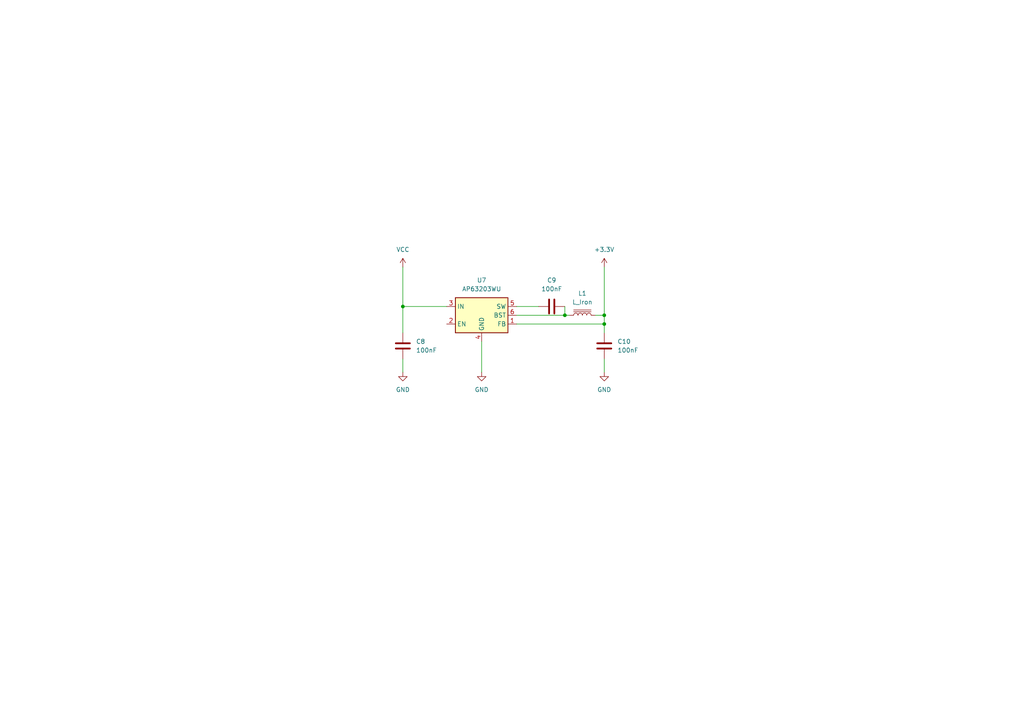
<source format=kicad_sch>
(kicad_sch
	(version 20250114)
	(generator "eeschema")
	(generator_version "9.0")
	(uuid "38576b24-61b9-4287-9069-a48c7cb5a67d")
	(paper "A4")
	(lib_symbols
		(symbol "Device:C"
			(pin_numbers
				(hide yes)
			)
			(pin_names
				(offset 0.254)
			)
			(exclude_from_sim no)
			(in_bom yes)
			(on_board yes)
			(property "Reference" "C"
				(at 0.635 2.54 0)
				(effects
					(font
						(size 1.27 1.27)
					)
					(justify left)
				)
			)
			(property "Value" "C"
				(at 0.635 -2.54 0)
				(effects
					(font
						(size 1.27 1.27)
					)
					(justify left)
				)
			)
			(property "Footprint" ""
				(at 0.9652 -3.81 0)
				(effects
					(font
						(size 1.27 1.27)
					)
					(hide yes)
				)
			)
			(property "Datasheet" "~"
				(at 0 0 0)
				(effects
					(font
						(size 1.27 1.27)
					)
					(hide yes)
				)
			)
			(property "Description" "Unpolarized capacitor"
				(at 0 0 0)
				(effects
					(font
						(size 1.27 1.27)
					)
					(hide yes)
				)
			)
			(property "ki_keywords" "cap capacitor"
				(at 0 0 0)
				(effects
					(font
						(size 1.27 1.27)
					)
					(hide yes)
				)
			)
			(property "ki_fp_filters" "C_*"
				(at 0 0 0)
				(effects
					(font
						(size 1.27 1.27)
					)
					(hide yes)
				)
			)
			(symbol "C_0_1"
				(polyline
					(pts
						(xy -2.032 0.762) (xy 2.032 0.762)
					)
					(stroke
						(width 0.508)
						(type default)
					)
					(fill
						(type none)
					)
				)
				(polyline
					(pts
						(xy -2.032 -0.762) (xy 2.032 -0.762)
					)
					(stroke
						(width 0.508)
						(type default)
					)
					(fill
						(type none)
					)
				)
			)
			(symbol "C_1_1"
				(pin passive line
					(at 0 3.81 270)
					(length 2.794)
					(name "~"
						(effects
							(font
								(size 1.27 1.27)
							)
						)
					)
					(number "1"
						(effects
							(font
								(size 1.27 1.27)
							)
						)
					)
				)
				(pin passive line
					(at 0 -3.81 90)
					(length 2.794)
					(name "~"
						(effects
							(font
								(size 1.27 1.27)
							)
						)
					)
					(number "2"
						(effects
							(font
								(size 1.27 1.27)
							)
						)
					)
				)
			)
			(embedded_fonts no)
		)
		(symbol "Device:L_Iron"
			(pin_numbers
				(hide yes)
			)
			(pin_names
				(offset 1.016)
				(hide yes)
			)
			(exclude_from_sim no)
			(in_bom yes)
			(on_board yes)
			(property "Reference" "L"
				(at -1.27 0 90)
				(effects
					(font
						(size 1.27 1.27)
					)
				)
			)
			(property "Value" "L_Iron"
				(at 2.794 0 90)
				(effects
					(font
						(size 1.27 1.27)
					)
				)
			)
			(property "Footprint" ""
				(at 0 0 0)
				(effects
					(font
						(size 1.27 1.27)
					)
					(hide yes)
				)
			)
			(property "Datasheet" "~"
				(at 0 0 0)
				(effects
					(font
						(size 1.27 1.27)
					)
					(hide yes)
				)
			)
			(property "Description" "Inductor with iron core"
				(at 0 0 0)
				(effects
					(font
						(size 1.27 1.27)
					)
					(hide yes)
				)
			)
			(property "ki_keywords" "inductor choke coil reactor magnetic"
				(at 0 0 0)
				(effects
					(font
						(size 1.27 1.27)
					)
					(hide yes)
				)
			)
			(property "ki_fp_filters" "Choke_* *Coil* Inductor_* L_*"
				(at 0 0 0)
				(effects
					(font
						(size 1.27 1.27)
					)
					(hide yes)
				)
			)
			(symbol "L_Iron_0_1"
				(arc
					(start 0 2.54)
					(mid 0.6323 1.905)
					(end 0 1.27)
					(stroke
						(width 0)
						(type default)
					)
					(fill
						(type none)
					)
				)
				(arc
					(start 0 1.27)
					(mid 0.6323 0.635)
					(end 0 0)
					(stroke
						(width 0)
						(type default)
					)
					(fill
						(type none)
					)
				)
				(arc
					(start 0 0)
					(mid 0.6323 -0.635)
					(end 0 -1.27)
					(stroke
						(width 0)
						(type default)
					)
					(fill
						(type none)
					)
				)
				(arc
					(start 0 -1.27)
					(mid 0.6323 -1.905)
					(end 0 -2.54)
					(stroke
						(width 0)
						(type default)
					)
					(fill
						(type none)
					)
				)
				(polyline
					(pts
						(xy 1.016 2.54) (xy 1.016 -2.54)
					)
					(stroke
						(width 0)
						(type default)
					)
					(fill
						(type none)
					)
				)
				(polyline
					(pts
						(xy 1.524 -2.54) (xy 1.524 2.54)
					)
					(stroke
						(width 0)
						(type default)
					)
					(fill
						(type none)
					)
				)
			)
			(symbol "L_Iron_1_1"
				(pin passive line
					(at 0 3.81 270)
					(length 1.27)
					(name "1"
						(effects
							(font
								(size 1.27 1.27)
							)
						)
					)
					(number "1"
						(effects
							(font
								(size 1.27 1.27)
							)
						)
					)
				)
				(pin passive line
					(at 0 -3.81 90)
					(length 1.27)
					(name "2"
						(effects
							(font
								(size 1.27 1.27)
							)
						)
					)
					(number "2"
						(effects
							(font
								(size 1.27 1.27)
							)
						)
					)
				)
			)
			(embedded_fonts no)
		)
		(symbol "Regulator_Switching:AP63203WU"
			(exclude_from_sim no)
			(in_bom yes)
			(on_board yes)
			(property "Reference" "U"
				(at -7.62 6.35 0)
				(effects
					(font
						(size 1.27 1.27)
					)
				)
			)
			(property "Value" "AP63203WU"
				(at 2.54 6.35 0)
				(effects
					(font
						(size 1.27 1.27)
					)
				)
			)
			(property "Footprint" "Package_TO_SOT_SMD:TSOT-23-6"
				(at 0 -22.86 0)
				(effects
					(font
						(size 1.27 1.27)
					)
					(hide yes)
				)
			)
			(property "Datasheet" "https://www.diodes.com/assets/Datasheets/AP63200-AP63201-AP63203-AP63205.pdf"
				(at 0 0 0)
				(effects
					(font
						(size 1.27 1.27)
					)
					(hide yes)
				)
			)
			(property "Description" "2A, 1.1MHz Buck DC/DC Converter, fixed 3.3V output voltage, TSOT-23-6"
				(at 0 0 0)
				(effects
					(font
						(size 1.27 1.27)
					)
					(hide yes)
				)
			)
			(property "ki_keywords" "2A Buck DC/DC"
				(at 0 0 0)
				(effects
					(font
						(size 1.27 1.27)
					)
					(hide yes)
				)
			)
			(property "ki_fp_filters" "TSOT?23*"
				(at 0 0 0)
				(effects
					(font
						(size 1.27 1.27)
					)
					(hide yes)
				)
			)
			(symbol "AP63203WU_0_1"
				(rectangle
					(start -7.62 5.08)
					(end 7.62 -5.08)
					(stroke
						(width 0.254)
						(type default)
					)
					(fill
						(type background)
					)
				)
			)
			(symbol "AP63203WU_1_1"
				(pin power_in line
					(at -10.16 2.54 0)
					(length 2.54)
					(name "IN"
						(effects
							(font
								(size 1.27 1.27)
							)
						)
					)
					(number "3"
						(effects
							(font
								(size 1.27 1.27)
							)
						)
					)
				)
				(pin input line
					(at -10.16 -2.54 0)
					(length 2.54)
					(name "EN"
						(effects
							(font
								(size 1.27 1.27)
							)
						)
					)
					(number "2"
						(effects
							(font
								(size 1.27 1.27)
							)
						)
					)
				)
				(pin power_in line
					(at 0 -7.62 90)
					(length 2.54)
					(name "GND"
						(effects
							(font
								(size 1.27 1.27)
							)
						)
					)
					(number "4"
						(effects
							(font
								(size 1.27 1.27)
							)
						)
					)
				)
				(pin output line
					(at 10.16 2.54 180)
					(length 2.54)
					(name "SW"
						(effects
							(font
								(size 1.27 1.27)
							)
						)
					)
					(number "5"
						(effects
							(font
								(size 1.27 1.27)
							)
						)
					)
				)
				(pin passive line
					(at 10.16 0 180)
					(length 2.54)
					(name "BST"
						(effects
							(font
								(size 1.27 1.27)
							)
						)
					)
					(number "6"
						(effects
							(font
								(size 1.27 1.27)
							)
						)
					)
				)
				(pin input line
					(at 10.16 -2.54 180)
					(length 2.54)
					(name "FB"
						(effects
							(font
								(size 1.27 1.27)
							)
						)
					)
					(number "1"
						(effects
							(font
								(size 1.27 1.27)
							)
						)
					)
				)
			)
			(embedded_fonts no)
		)
		(symbol "power:+3.3V"
			(power)
			(pin_numbers
				(hide yes)
			)
			(pin_names
				(offset 0)
				(hide yes)
			)
			(exclude_from_sim no)
			(in_bom yes)
			(on_board yes)
			(property "Reference" "#PWR"
				(at 0 -3.81 0)
				(effects
					(font
						(size 1.27 1.27)
					)
					(hide yes)
				)
			)
			(property "Value" "+3.3V"
				(at 0 3.556 0)
				(effects
					(font
						(size 1.27 1.27)
					)
				)
			)
			(property "Footprint" ""
				(at 0 0 0)
				(effects
					(font
						(size 1.27 1.27)
					)
					(hide yes)
				)
			)
			(property "Datasheet" ""
				(at 0 0 0)
				(effects
					(font
						(size 1.27 1.27)
					)
					(hide yes)
				)
			)
			(property "Description" "Power symbol creates a global label with name \"+3.3V\""
				(at 0 0 0)
				(effects
					(font
						(size 1.27 1.27)
					)
					(hide yes)
				)
			)
			(property "ki_keywords" "global power"
				(at 0 0 0)
				(effects
					(font
						(size 1.27 1.27)
					)
					(hide yes)
				)
			)
			(symbol "+3.3V_0_1"
				(polyline
					(pts
						(xy -0.762 1.27) (xy 0 2.54)
					)
					(stroke
						(width 0)
						(type default)
					)
					(fill
						(type none)
					)
				)
				(polyline
					(pts
						(xy 0 2.54) (xy 0.762 1.27)
					)
					(stroke
						(width 0)
						(type default)
					)
					(fill
						(type none)
					)
				)
				(polyline
					(pts
						(xy 0 0) (xy 0 2.54)
					)
					(stroke
						(width 0)
						(type default)
					)
					(fill
						(type none)
					)
				)
			)
			(symbol "+3.3V_1_1"
				(pin power_in line
					(at 0 0 90)
					(length 0)
					(name "~"
						(effects
							(font
								(size 1.27 1.27)
							)
						)
					)
					(number "1"
						(effects
							(font
								(size 1.27 1.27)
							)
						)
					)
				)
			)
			(embedded_fonts no)
		)
		(symbol "power:GND"
			(power)
			(pin_numbers
				(hide yes)
			)
			(pin_names
				(offset 0)
				(hide yes)
			)
			(exclude_from_sim no)
			(in_bom yes)
			(on_board yes)
			(property "Reference" "#PWR"
				(at 0 -6.35 0)
				(effects
					(font
						(size 1.27 1.27)
					)
					(hide yes)
				)
			)
			(property "Value" "GND"
				(at 0 -3.81 0)
				(effects
					(font
						(size 1.27 1.27)
					)
				)
			)
			(property "Footprint" ""
				(at 0 0 0)
				(effects
					(font
						(size 1.27 1.27)
					)
					(hide yes)
				)
			)
			(property "Datasheet" ""
				(at 0 0 0)
				(effects
					(font
						(size 1.27 1.27)
					)
					(hide yes)
				)
			)
			(property "Description" "Power symbol creates a global label with name \"GND\" , ground"
				(at 0 0 0)
				(effects
					(font
						(size 1.27 1.27)
					)
					(hide yes)
				)
			)
			(property "ki_keywords" "global power"
				(at 0 0 0)
				(effects
					(font
						(size 1.27 1.27)
					)
					(hide yes)
				)
			)
			(symbol "GND_0_1"
				(polyline
					(pts
						(xy 0 0) (xy 0 -1.27) (xy 1.27 -1.27) (xy 0 -2.54) (xy -1.27 -1.27) (xy 0 -1.27)
					)
					(stroke
						(width 0)
						(type default)
					)
					(fill
						(type none)
					)
				)
			)
			(symbol "GND_1_1"
				(pin power_in line
					(at 0 0 270)
					(length 0)
					(name "~"
						(effects
							(font
								(size 1.27 1.27)
							)
						)
					)
					(number "1"
						(effects
							(font
								(size 1.27 1.27)
							)
						)
					)
				)
			)
			(embedded_fonts no)
		)
		(symbol "power:VCC"
			(power)
			(pin_numbers
				(hide yes)
			)
			(pin_names
				(offset 0)
				(hide yes)
			)
			(exclude_from_sim no)
			(in_bom yes)
			(on_board yes)
			(property "Reference" "#PWR"
				(at 0 -3.81 0)
				(effects
					(font
						(size 1.27 1.27)
					)
					(hide yes)
				)
			)
			(property "Value" "VCC"
				(at 0 3.556 0)
				(effects
					(font
						(size 1.27 1.27)
					)
				)
			)
			(property "Footprint" ""
				(at 0 0 0)
				(effects
					(font
						(size 1.27 1.27)
					)
					(hide yes)
				)
			)
			(property "Datasheet" ""
				(at 0 0 0)
				(effects
					(font
						(size 1.27 1.27)
					)
					(hide yes)
				)
			)
			(property "Description" "Power symbol creates a global label with name \"VCC\""
				(at 0 0 0)
				(effects
					(font
						(size 1.27 1.27)
					)
					(hide yes)
				)
			)
			(property "ki_keywords" "global power"
				(at 0 0 0)
				(effects
					(font
						(size 1.27 1.27)
					)
					(hide yes)
				)
			)
			(symbol "VCC_0_1"
				(polyline
					(pts
						(xy -0.762 1.27) (xy 0 2.54)
					)
					(stroke
						(width 0)
						(type default)
					)
					(fill
						(type none)
					)
				)
				(polyline
					(pts
						(xy 0 2.54) (xy 0.762 1.27)
					)
					(stroke
						(width 0)
						(type default)
					)
					(fill
						(type none)
					)
				)
				(polyline
					(pts
						(xy 0 0) (xy 0 2.54)
					)
					(stroke
						(width 0)
						(type default)
					)
					(fill
						(type none)
					)
				)
			)
			(symbol "VCC_1_1"
				(pin power_in line
					(at 0 0 90)
					(length 0)
					(name "~"
						(effects
							(font
								(size 1.27 1.27)
							)
						)
					)
					(number "1"
						(effects
							(font
								(size 1.27 1.27)
							)
						)
					)
				)
			)
			(embedded_fonts no)
		)
	)
	(junction
		(at 163.83 91.44)
		(diameter 0)
		(color 0 0 0 0)
		(uuid "1c6e1d17-a264-44c2-9d50-0e2b40d64755")
	)
	(junction
		(at 116.84 88.9)
		(diameter 0)
		(color 0 0 0 0)
		(uuid "5d58cad4-e884-442c-a88b-77bfadbc4301")
	)
	(junction
		(at 175.26 93.98)
		(diameter 0)
		(color 0 0 0 0)
		(uuid "b7a972a8-40c1-424a-b335-edbf4fa83be7")
	)
	(junction
		(at 175.26 91.44)
		(diameter 0)
		(color 0 0 0 0)
		(uuid "df2e2208-a43f-41cf-9924-1f360db6404d")
	)
	(wire
		(pts
			(xy 175.26 91.44) (xy 175.26 93.98)
		)
		(stroke
			(width 0)
			(type default)
		)
		(uuid "0180e996-7c1a-4d76-870e-c64f9a90860c")
	)
	(wire
		(pts
			(xy 175.26 104.14) (xy 175.26 107.95)
		)
		(stroke
			(width 0)
			(type default)
		)
		(uuid "01a9a030-c1f8-4b3d-bd6f-cf433f335112")
	)
	(wire
		(pts
			(xy 175.26 93.98) (xy 175.26 96.52)
		)
		(stroke
			(width 0)
			(type default)
		)
		(uuid "1fd24524-d146-41bc-880a-8b19f9cda535")
	)
	(wire
		(pts
			(xy 116.84 88.9) (xy 116.84 96.52)
		)
		(stroke
			(width 0)
			(type default)
		)
		(uuid "219af9db-2c14-459d-9ceb-4efec399bad5")
	)
	(wire
		(pts
			(xy 172.72 91.44) (xy 175.26 91.44)
		)
		(stroke
			(width 0)
			(type default)
		)
		(uuid "22e4a9f3-15c4-40e9-a99f-b2cba2cfea90")
	)
	(wire
		(pts
			(xy 139.7 99.06) (xy 139.7 107.95)
		)
		(stroke
			(width 0)
			(type default)
		)
		(uuid "2bd7e6bd-9612-4a75-8614-b14376baf27c")
	)
	(wire
		(pts
			(xy 129.54 88.9) (xy 116.84 88.9)
		)
		(stroke
			(width 0)
			(type default)
		)
		(uuid "51073a79-6b74-4512-81e9-37353846a785")
	)
	(wire
		(pts
			(xy 149.86 93.98) (xy 175.26 93.98)
		)
		(stroke
			(width 0)
			(type default)
		)
		(uuid "67f6851f-9161-4e4d-9c28-051d9dd0f691")
	)
	(wire
		(pts
			(xy 149.86 88.9) (xy 156.21 88.9)
		)
		(stroke
			(width 0)
			(type default)
		)
		(uuid "74b3922c-20f2-4ceb-9878-70e4c91a31b9")
	)
	(wire
		(pts
			(xy 163.83 91.44) (xy 163.83 88.9)
		)
		(stroke
			(width 0)
			(type default)
		)
		(uuid "74d69f7b-07ee-4831-bf08-022b80a13db2")
	)
	(wire
		(pts
			(xy 116.84 77.47) (xy 116.84 88.9)
		)
		(stroke
			(width 0)
			(type default)
		)
		(uuid "8b8adb7a-47a2-4750-a248-1decf00662f6")
	)
	(wire
		(pts
			(xy 149.86 91.44) (xy 163.83 91.44)
		)
		(stroke
			(width 0)
			(type default)
		)
		(uuid "9081424f-c5af-4d6b-a6b3-2558599bf0cc")
	)
	(wire
		(pts
			(xy 175.26 91.44) (xy 175.26 77.47)
		)
		(stroke
			(width 0)
			(type default)
		)
		(uuid "ce8e991d-1bbb-4de0-8117-29aef7bd247d")
	)
	(wire
		(pts
			(xy 163.83 91.44) (xy 165.1 91.44)
		)
		(stroke
			(width 0)
			(type default)
		)
		(uuid "d6eab659-06c9-45eb-b2af-ba6dc321fa00")
	)
	(wire
		(pts
			(xy 116.84 104.14) (xy 116.84 107.95)
		)
		(stroke
			(width 0)
			(type default)
		)
		(uuid "f5fa15f2-9ec5-449f-8985-6190ac490041")
	)
	(symbol
		(lib_id "power:VCC")
		(at 116.84 77.47 0)
		(unit 1)
		(exclude_from_sim no)
		(in_bom yes)
		(on_board yes)
		(dnp no)
		(fields_autoplaced yes)
		(uuid "0a35ef7a-fe54-43d1-ad45-6e449c0b1d69")
		(property "Reference" "#PWR05"
			(at 116.84 81.28 0)
			(effects
				(font
					(size 1.27 1.27)
				)
				(hide yes)
			)
		)
		(property "Value" "VCC"
			(at 116.84 72.39 0)
			(effects
				(font
					(size 1.27 1.27)
				)
			)
		)
		(property "Footprint" ""
			(at 116.84 77.47 0)
			(effects
				(font
					(size 1.27 1.27)
				)
				(hide yes)
			)
		)
		(property "Datasheet" ""
			(at 116.84 77.47 0)
			(effects
				(font
					(size 1.27 1.27)
				)
				(hide yes)
			)
		)
		(property "Description" "Power symbol creates a global label with name \"VCC\""
			(at 116.84 77.47 0)
			(effects
				(font
					(size 1.27 1.27)
				)
				(hide yes)
			)
		)
		(pin "1"
			(uuid "3112a714-1e5c-4981-90c4-523bfa17fb3e")
		)
		(instances
			(project ""
				(path "/1b977d99-1d22-4971-9e37-13f65a474bc7/92843db2-7055-464d-8e08-2939042a6347"
					(reference "#PWR05")
					(unit 1)
				)
			)
		)
	)
	(symbol
		(lib_id "power:GND")
		(at 116.84 107.95 0)
		(unit 1)
		(exclude_from_sim no)
		(in_bom yes)
		(on_board yes)
		(dnp no)
		(fields_autoplaced yes)
		(uuid "0babd3d5-c7df-456b-ae90-980bef71f71d")
		(property "Reference" "#PWR055"
			(at 116.84 114.3 0)
			(effects
				(font
					(size 1.27 1.27)
				)
				(hide yes)
			)
		)
		(property "Value" "GND"
			(at 116.84 113.03 0)
			(effects
				(font
					(size 1.27 1.27)
				)
			)
		)
		(property "Footprint" ""
			(at 116.84 107.95 0)
			(effects
				(font
					(size 1.27 1.27)
				)
				(hide yes)
			)
		)
		(property "Datasheet" ""
			(at 116.84 107.95 0)
			(effects
				(font
					(size 1.27 1.27)
				)
				(hide yes)
			)
		)
		(property "Description" "Power symbol creates a global label with name \"GND\" , ground"
			(at 116.84 107.95 0)
			(effects
				(font
					(size 1.27 1.27)
				)
				(hide yes)
			)
		)
		(pin "1"
			(uuid "0e0f9797-2c7f-4c77-b8fe-326fa263a6ee")
		)
		(instances
			(project "MICRO PUERTA"
				(path "/1b977d99-1d22-4971-9e37-13f65a474bc7/92843db2-7055-464d-8e08-2939042a6347"
					(reference "#PWR055")
					(unit 1)
				)
			)
		)
	)
	(symbol
		(lib_id "Device:L_Iron")
		(at 168.91 91.44 90)
		(unit 1)
		(exclude_from_sim no)
		(in_bom yes)
		(on_board yes)
		(dnp no)
		(fields_autoplaced yes)
		(uuid "0da949c2-4acb-441c-9ba1-367ba2a22153")
		(property "Reference" "L1"
			(at 168.91 85.09 90)
			(effects
				(font
					(size 1.27 1.27)
				)
			)
		)
		(property "Value" "L_Iron"
			(at 168.91 87.63 90)
			(effects
				(font
					(size 1.27 1.27)
				)
			)
		)
		(property "Footprint" "Inductor_SMD:L_0201_0603Metric"
			(at 168.91 91.44 0)
			(effects
				(font
					(size 1.27 1.27)
				)
				(hide yes)
			)
		)
		(property "Datasheet" "~"
			(at 168.91 91.44 0)
			(effects
				(font
					(size 1.27 1.27)
				)
				(hide yes)
			)
		)
		(property "Description" "Inductor with iron core"
			(at 168.91 91.44 0)
			(effects
				(font
					(size 1.27 1.27)
				)
				(hide yes)
			)
		)
		(pin "1"
			(uuid "732e918c-5e50-4653-b833-02d55dcd2cfb")
		)
		(pin "2"
			(uuid "70dcd0b9-6f53-4018-96ea-77b2f6da9019")
		)
		(instances
			(project ""
				(path "/1b977d99-1d22-4971-9e37-13f65a474bc7/92843db2-7055-464d-8e08-2939042a6347"
					(reference "L1")
					(unit 1)
				)
			)
		)
	)
	(symbol
		(lib_id "Device:C")
		(at 160.02 88.9 90)
		(unit 1)
		(exclude_from_sim no)
		(in_bom yes)
		(on_board yes)
		(dnp no)
		(fields_autoplaced yes)
		(uuid "26793e8c-7e5e-4573-8da5-6a8367bfdb05")
		(property "Reference" "C9"
			(at 160.02 81.28 90)
			(effects
				(font
					(size 1.27 1.27)
				)
			)
		)
		(property "Value" "100nF"
			(at 160.02 83.82 90)
			(effects
				(font
					(size 1.27 1.27)
				)
			)
		)
		(property "Footprint" "Capacitor_SMD:C_0201_0603Metric"
			(at 163.83 87.9348 0)
			(effects
				(font
					(size 1.27 1.27)
				)
				(hide yes)
			)
		)
		(property "Datasheet" "~"
			(at 160.02 88.9 0)
			(effects
				(font
					(size 1.27 1.27)
				)
				(hide yes)
			)
		)
		(property "Description" "Unpolarized capacitor"
			(at 160.02 88.9 0)
			(effects
				(font
					(size 1.27 1.27)
				)
				(hide yes)
			)
		)
		(pin "1"
			(uuid "bdb166b0-a42e-4b60-b2fb-eddff74fb404")
		)
		(pin "2"
			(uuid "e0bfd57a-d74e-42b3-86e3-a3675a0e5a42")
		)
		(instances
			(project "MICRO PUERTA"
				(path "/1b977d99-1d22-4971-9e37-13f65a474bc7/92843db2-7055-464d-8e08-2939042a6347"
					(reference "C9")
					(unit 1)
				)
			)
		)
	)
	(symbol
		(lib_id "Device:C")
		(at 175.26 100.33 0)
		(unit 1)
		(exclude_from_sim no)
		(in_bom yes)
		(on_board yes)
		(dnp no)
		(fields_autoplaced yes)
		(uuid "64ec85b0-53ff-4edf-a7ba-55f6344bcad2")
		(property "Reference" "C10"
			(at 179.07 99.0599 0)
			(effects
				(font
					(size 1.27 1.27)
				)
				(justify left)
			)
		)
		(property "Value" "100nF"
			(at 179.07 101.5999 0)
			(effects
				(font
					(size 1.27 1.27)
				)
				(justify left)
			)
		)
		(property "Footprint" "Capacitor_SMD:C_0201_0603Metric"
			(at 176.2252 104.14 0)
			(effects
				(font
					(size 1.27 1.27)
				)
				(hide yes)
			)
		)
		(property "Datasheet" "~"
			(at 175.26 100.33 0)
			(effects
				(font
					(size 1.27 1.27)
				)
				(hide yes)
			)
		)
		(property "Description" "Unpolarized capacitor"
			(at 175.26 100.33 0)
			(effects
				(font
					(size 1.27 1.27)
				)
				(hide yes)
			)
		)
		(pin "1"
			(uuid "5e6246b4-e400-45d4-93d8-70490c0cb0fa")
		)
		(pin "2"
			(uuid "ce8e8e7c-ba57-4d08-ae23-69c4b136ab35")
		)
		(instances
			(project "MICRO PUERTA"
				(path "/1b977d99-1d22-4971-9e37-13f65a474bc7/92843db2-7055-464d-8e08-2939042a6347"
					(reference "C10")
					(unit 1)
				)
			)
		)
	)
	(symbol
		(lib_id "Regulator_Switching:AP63203WU")
		(at 139.7 91.44 0)
		(unit 1)
		(exclude_from_sim no)
		(in_bom yes)
		(on_board yes)
		(dnp no)
		(fields_autoplaced yes)
		(uuid "a11c1493-4dfe-4e15-8358-c9b2993f5ab7")
		(property "Reference" "U7"
			(at 139.7 81.28 0)
			(effects
				(font
					(size 1.27 1.27)
				)
			)
		)
		(property "Value" "AP63203WU"
			(at 139.7 83.82 0)
			(effects
				(font
					(size 1.27 1.27)
				)
			)
		)
		(property "Footprint" "Package_TO_SOT_SMD:TSOT-23-6"
			(at 139.7 114.3 0)
			(effects
				(font
					(size 1.27 1.27)
				)
				(hide yes)
			)
		)
		(property "Datasheet" "https://www.diodes.com/assets/Datasheets/AP63200-AP63201-AP63203-AP63205.pdf"
			(at 139.7 91.44 0)
			(effects
				(font
					(size 1.27 1.27)
				)
				(hide yes)
			)
		)
		(property "Description" "2A, 1.1MHz Buck DC/DC Converter, fixed 3.3V output voltage, TSOT-23-6"
			(at 139.7 91.44 0)
			(effects
				(font
					(size 1.27 1.27)
				)
				(hide yes)
			)
		)
		(pin "3"
			(uuid "22ea573f-4d27-4297-8227-d2b7d87ea762")
		)
		(pin "2"
			(uuid "9fd69e53-a6c4-46ff-aadd-08a2847ccb46")
		)
		(pin "6"
			(uuid "1b0f1dc3-25ad-4e42-ad4b-1d85c228bdaa")
		)
		(pin "4"
			(uuid "1811d2c3-d527-4752-a93c-7807ed516a3e")
		)
		(pin "5"
			(uuid "48bb4c73-9dfd-4e11-b534-2a41deca8e2a")
		)
		(pin "1"
			(uuid "867e9313-c420-4956-a3a3-3ef39329f76e")
		)
		(instances
			(project ""
				(path "/1b977d99-1d22-4971-9e37-13f65a474bc7/92843db2-7055-464d-8e08-2939042a6347"
					(reference "U7")
					(unit 1)
				)
			)
		)
	)
	(symbol
		(lib_id "power:+3.3V")
		(at 175.26 77.47 0)
		(unit 1)
		(exclude_from_sim no)
		(in_bom yes)
		(on_board yes)
		(dnp no)
		(fields_autoplaced yes)
		(uuid "b9678350-eefb-4761-bdb9-89ec243a7cec")
		(property "Reference" "#PWR07"
			(at 175.26 81.28 0)
			(effects
				(font
					(size 1.27 1.27)
				)
				(hide yes)
			)
		)
		(property "Value" "+3.3V"
			(at 175.26 72.39 0)
			(effects
				(font
					(size 1.27 1.27)
				)
			)
		)
		(property "Footprint" ""
			(at 175.26 77.47 0)
			(effects
				(font
					(size 1.27 1.27)
				)
				(hide yes)
			)
		)
		(property "Datasheet" ""
			(at 175.26 77.47 0)
			(effects
				(font
					(size 1.27 1.27)
				)
				(hide yes)
			)
		)
		(property "Description" "Power symbol creates a global label with name \"+3.3V\""
			(at 175.26 77.47 0)
			(effects
				(font
					(size 1.27 1.27)
				)
				(hide yes)
			)
		)
		(pin "1"
			(uuid "7dc52933-64c2-4db3-bd50-1b1b6f1b8f90")
		)
		(instances
			(project ""
				(path "/1b977d99-1d22-4971-9e37-13f65a474bc7/92843db2-7055-464d-8e08-2939042a6347"
					(reference "#PWR07")
					(unit 1)
				)
			)
		)
	)
	(symbol
		(lib_id "power:GND")
		(at 175.26 107.95 0)
		(unit 1)
		(exclude_from_sim no)
		(in_bom yes)
		(on_board yes)
		(dnp no)
		(fields_autoplaced yes)
		(uuid "cd7ea595-2912-4a67-b4b8-099691d256f2")
		(property "Reference" "#PWR056"
			(at 175.26 114.3 0)
			(effects
				(font
					(size 1.27 1.27)
				)
				(hide yes)
			)
		)
		(property "Value" "GND"
			(at 175.26 113.03 0)
			(effects
				(font
					(size 1.27 1.27)
				)
			)
		)
		(property "Footprint" ""
			(at 175.26 107.95 0)
			(effects
				(font
					(size 1.27 1.27)
				)
				(hide yes)
			)
		)
		(property "Datasheet" ""
			(at 175.26 107.95 0)
			(effects
				(font
					(size 1.27 1.27)
				)
				(hide yes)
			)
		)
		(property "Description" "Power symbol creates a global label with name \"GND\" , ground"
			(at 175.26 107.95 0)
			(effects
				(font
					(size 1.27 1.27)
				)
				(hide yes)
			)
		)
		(pin "1"
			(uuid "ff7dd3b1-25e2-4e0c-ad2d-ba447ad36a4a")
		)
		(instances
			(project "MICRO PUERTA"
				(path "/1b977d99-1d22-4971-9e37-13f65a474bc7/92843db2-7055-464d-8e08-2939042a6347"
					(reference "#PWR056")
					(unit 1)
				)
			)
		)
	)
	(symbol
		(lib_id "power:GND")
		(at 139.7 107.95 0)
		(unit 1)
		(exclude_from_sim no)
		(in_bom yes)
		(on_board yes)
		(dnp no)
		(fields_autoplaced yes)
		(uuid "ebc2d363-08a6-44a8-b64a-2034f726be86")
		(property "Reference" "#PWR06"
			(at 139.7 114.3 0)
			(effects
				(font
					(size 1.27 1.27)
				)
				(hide yes)
			)
		)
		(property "Value" "GND"
			(at 139.7 113.03 0)
			(effects
				(font
					(size 1.27 1.27)
				)
			)
		)
		(property "Footprint" ""
			(at 139.7 107.95 0)
			(effects
				(font
					(size 1.27 1.27)
				)
				(hide yes)
			)
		)
		(property "Datasheet" ""
			(at 139.7 107.95 0)
			(effects
				(font
					(size 1.27 1.27)
				)
				(hide yes)
			)
		)
		(property "Description" "Power symbol creates a global label with name \"GND\" , ground"
			(at 139.7 107.95 0)
			(effects
				(font
					(size 1.27 1.27)
				)
				(hide yes)
			)
		)
		(pin "1"
			(uuid "69614012-9550-45ba-a552-65b70a1eb193")
		)
		(instances
			(project ""
				(path "/1b977d99-1d22-4971-9e37-13f65a474bc7/92843db2-7055-464d-8e08-2939042a6347"
					(reference "#PWR06")
					(unit 1)
				)
			)
		)
	)
	(symbol
		(lib_id "Device:C")
		(at 116.84 100.33 0)
		(unit 1)
		(exclude_from_sim no)
		(in_bom yes)
		(on_board yes)
		(dnp no)
		(fields_autoplaced yes)
		(uuid "ecb4ede9-1d5d-43bb-b95e-c5a98fbcf5b2")
		(property "Reference" "C8"
			(at 120.65 99.0599 0)
			(effects
				(font
					(size 1.27 1.27)
				)
				(justify left)
			)
		)
		(property "Value" "100nF"
			(at 120.65 101.5999 0)
			(effects
				(font
					(size 1.27 1.27)
				)
				(justify left)
			)
		)
		(property "Footprint" "Capacitor_SMD:C_0201_0603Metric"
			(at 117.8052 104.14 0)
			(effects
				(font
					(size 1.27 1.27)
				)
				(hide yes)
			)
		)
		(property "Datasheet" "~"
			(at 116.84 100.33 0)
			(effects
				(font
					(size 1.27 1.27)
				)
				(hide yes)
			)
		)
		(property "Description" "Unpolarized capacitor"
			(at 116.84 100.33 0)
			(effects
				(font
					(size 1.27 1.27)
				)
				(hide yes)
			)
		)
		(pin "1"
			(uuid "a66f3b8e-ff72-4862-8c5b-dfcbe4ec8f33")
		)
		(pin "2"
			(uuid "5b4fcba5-6a86-425e-9304-c0ad1a2a17c5")
		)
		(instances
			(project "MICRO PUERTA"
				(path "/1b977d99-1d22-4971-9e37-13f65a474bc7/92843db2-7055-464d-8e08-2939042a6347"
					(reference "C8")
					(unit 1)
				)
			)
		)
	)
)

</source>
